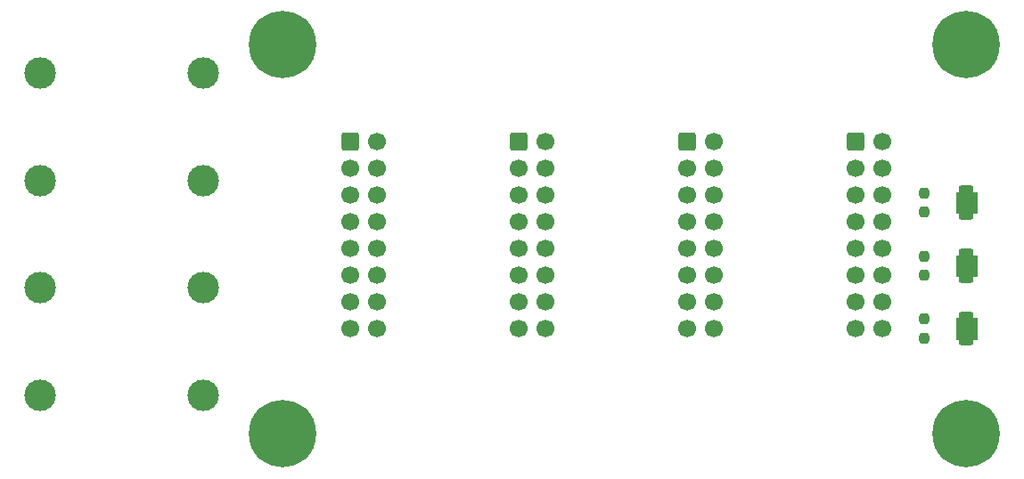
<source format=gbs>
%TF.GenerationSoftware,KiCad,Pcbnew,9.0.7-1.fc42*%
%TF.CreationDate,2026-02-18T17:36:32+01:00*%
%TF.ProjectId,bananabus,62616e61-6e61-4627-9573-2e6b69636164,rev?*%
%TF.SameCoordinates,Original*%
%TF.FileFunction,Soldermask,Bot*%
%TF.FilePolarity,Negative*%
%FSLAX46Y46*%
G04 Gerber Fmt 4.6, Leading zero omitted, Abs format (unit mm)*
G04 Created by KiCad (PCBNEW 9.0.7-1.fc42) date 2026-02-18 17:36:32*
%MOMM*%
%LPD*%
G01*
G04 APERTURE LIST*
G04 Aperture macros list*
%AMRoundRect*
0 Rectangle with rounded corners*
0 $1 Rounding radius*
0 $2 $3 $4 $5 $6 $7 $8 $9 X,Y pos of 4 corners*
0 Add a 4 corners polygon primitive as box body*
4,1,4,$2,$3,$4,$5,$6,$7,$8,$9,$2,$3,0*
0 Add four circle primitives for the rounded corners*
1,1,$1+$1,$2,$3*
1,1,$1+$1,$4,$5*
1,1,$1+$1,$6,$7*
1,1,$1+$1,$8,$9*
0 Add four rect primitives between the rounded corners*
20,1,$1+$1,$2,$3,$4,$5,0*
20,1,$1+$1,$4,$5,$6,$7,0*
20,1,$1+$1,$6,$7,$8,$9,0*
20,1,$1+$1,$8,$9,$2,$3,0*%
G04 Aperture macros list end*
%ADD10C,0.100000*%
%ADD11C,3.000000*%
%ADD12RoundRect,0.250000X-0.600000X-0.600000X0.600000X-0.600000X0.600000X0.600000X-0.600000X0.600000X0*%
%ADD13C,1.700000*%
%ADD14C,6.400000*%
%ADD15RoundRect,0.250000X0.450000X-0.325000X0.450000X0.325000X-0.450000X0.325000X-0.450000X-0.325000X0*%
%ADD16RoundRect,0.237500X0.237500X-0.250000X0.237500X0.250000X-0.237500X0.250000X-0.237500X-0.250000X0*%
G04 APERTURE END LIST*
D10*
X191000000Y-74000000D02*
X193000000Y-74000000D01*
X193000000Y-76000000D01*
X191000000Y-76000000D01*
X191000000Y-74000000D01*
G36*
X191000000Y-74000000D02*
G01*
X193000000Y-74000000D01*
X193000000Y-76000000D01*
X191000000Y-76000000D01*
X191000000Y-74000000D01*
G37*
X191000000Y-80000000D02*
X193000000Y-80000000D01*
X193000000Y-82000000D01*
X191000000Y-82000000D01*
X191000000Y-80000000D01*
G36*
X191000000Y-80000000D02*
G01*
X193000000Y-80000000D01*
X193000000Y-82000000D01*
X191000000Y-82000000D01*
X191000000Y-80000000D01*
G37*
X191000000Y-86000000D02*
X193000000Y-86000000D01*
X193000000Y-88000000D01*
X191000000Y-88000000D01*
X191000000Y-86000000D01*
G36*
X191000000Y-86000000D02*
G01*
X193000000Y-86000000D01*
X193000000Y-88000000D01*
X191000000Y-88000000D01*
X191000000Y-86000000D01*
G37*
D11*
%TO.C,J7*%
X104000000Y-72900000D03*
X119500000Y-72900000D03*
%TD*%
%TO.C,J8*%
X119500000Y-93300000D03*
X104000000Y-93300000D03*
%TD*%
D12*
%TO.C,J3*%
X165460000Y-69220000D03*
D13*
X168000000Y-69220000D03*
X165460000Y-71760000D03*
X168000000Y-71760000D03*
X165460000Y-74300000D03*
X168000000Y-74300000D03*
X165460000Y-76840000D03*
X168000000Y-76840000D03*
X165460000Y-79380000D03*
X168000000Y-79380000D03*
X165460000Y-81920000D03*
X168000000Y-81920000D03*
X165460000Y-84460000D03*
X168000000Y-84460000D03*
X165460000Y-87000000D03*
X168000000Y-87000000D03*
%TD*%
D14*
%TO.C,H1*%
X192000000Y-60000000D03*
%TD*%
%TO.C,H4*%
X127000000Y-97000000D03*
%TD*%
D12*
%TO.C,J1*%
X133460000Y-69220000D03*
D13*
X136000000Y-69220000D03*
X133460000Y-71760000D03*
X136000000Y-71760000D03*
X133460000Y-74300000D03*
X136000000Y-74300000D03*
X133460000Y-76840000D03*
X136000000Y-76840000D03*
X133460000Y-79380000D03*
X136000000Y-79380000D03*
X133460000Y-81920000D03*
X136000000Y-81920000D03*
X133460000Y-84460000D03*
X136000000Y-84460000D03*
X133460000Y-87000000D03*
X136000000Y-87000000D03*
%TD*%
D14*
%TO.C,H2*%
X192000000Y-97000000D03*
%TD*%
D11*
%TO.C,J6*%
X119500000Y-83100000D03*
X104000000Y-83100000D03*
%TD*%
%TO.C,J5*%
X119500000Y-62700000D03*
X104000000Y-62700000D03*
%TD*%
D12*
%TO.C,J4*%
X181460000Y-69220000D03*
D13*
X184000000Y-69220000D03*
X181460000Y-71760000D03*
X184000000Y-71760000D03*
X181460000Y-74300000D03*
X184000000Y-74300000D03*
X181460000Y-76840000D03*
X184000000Y-76840000D03*
X181460000Y-79380000D03*
X184000000Y-79380000D03*
X181460000Y-81920000D03*
X184000000Y-81920000D03*
X181460000Y-84460000D03*
X184000000Y-84460000D03*
X181460000Y-87000000D03*
X184000000Y-87000000D03*
%TD*%
D12*
%TO.C,J2*%
X149460000Y-69220000D03*
D13*
X152000000Y-69220000D03*
X149460000Y-71760000D03*
X152000000Y-71760000D03*
X149460000Y-74300000D03*
X152000000Y-74300000D03*
X149460000Y-76840000D03*
X152000000Y-76840000D03*
X149460000Y-79380000D03*
X152000000Y-79380000D03*
X149460000Y-81920000D03*
X152000000Y-81920000D03*
X149460000Y-84460000D03*
X152000000Y-84460000D03*
X149460000Y-87000000D03*
X152000000Y-87000000D03*
%TD*%
D14*
%TO.C,H3*%
X127000000Y-60000000D03*
%TD*%
D15*
%TO.C,D3*%
X192000000Y-76025000D03*
X192000000Y-73975000D03*
%TD*%
D16*
%TO.C,R1*%
X188000000Y-87912500D03*
X188000000Y-86087500D03*
%TD*%
D15*
%TO.C,D1*%
X192000000Y-82025000D03*
X192000000Y-79975000D03*
%TD*%
D16*
%TO.C,R4*%
X188000000Y-81912500D03*
X188000000Y-80087500D03*
%TD*%
%TO.C,R2*%
X188000000Y-75912500D03*
X188000000Y-74087500D03*
%TD*%
D15*
%TO.C,D2*%
X192000000Y-88025000D03*
X192000000Y-85975000D03*
%TD*%
M02*

</source>
